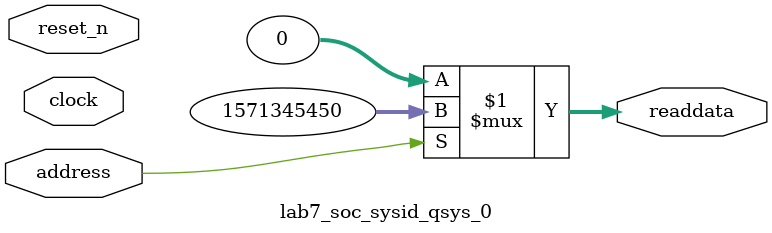
<source format=v>



// synthesis translate_off
`timescale 1ns / 1ps
// synthesis translate_on

// turn off superfluous verilog processor warnings 
// altera message_level Level1 
// altera message_off 10034 10035 10036 10037 10230 10240 10030 

module lab7_soc_sysid_qsys_0 (
               // inputs:
                address,
                clock,
                reset_n,

               // outputs:
                readdata
             )
;

  output  [ 31: 0] readdata;
  input            address;
  input            clock;
  input            reset_n;

  wire    [ 31: 0] readdata;
  //control_slave, which is an e_avalon_slave
  assign readdata = address ? 1571345450 : 0;

endmodule



</source>
